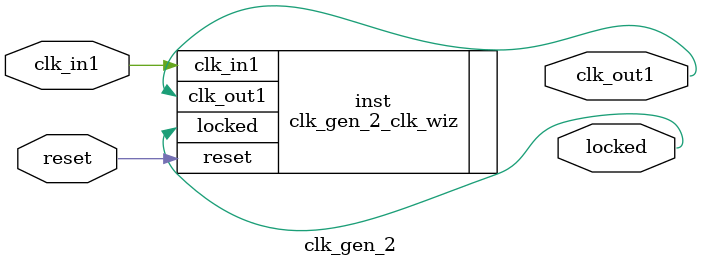
<source format=v>


`timescale 1ps/1ps

(* CORE_GENERATION_INFO = "clk_gen_2,clk_wiz_v6_0_8_0_0,{component_name=clk_gen_2,use_phase_alignment=true,use_min_o_jitter=false,use_max_i_jitter=false,use_dyn_phase_shift=false,use_inclk_switchover=false,use_dyn_reconfig=false,enable_axi=0,feedback_source=FDBK_AUTO,PRIMITIVE=MMCM,num_out_clk=1,clkin1_period=8.000,clkin2_period=10.000,use_power_down=false,use_reset=true,use_locked=true,use_inclk_stopped=false,feedback_type=SINGLE,CLOCK_MGR_TYPE=NA,manual_override=false}" *)

module clk_gen_2 
 (
  // Clock out ports
  output        clk_out1,
  // Status and control signals
  input         reset,
  output        locked,
 // Clock in ports
  input         clk_in1
 );

  clk_gen_2_clk_wiz inst
  (
  // Clock out ports  
  .clk_out1(clk_out1),
  // Status and control signals               
  .reset(reset), 
  .locked(locked),
 // Clock in ports
  .clk_in1(clk_in1)
  );

endmodule

</source>
